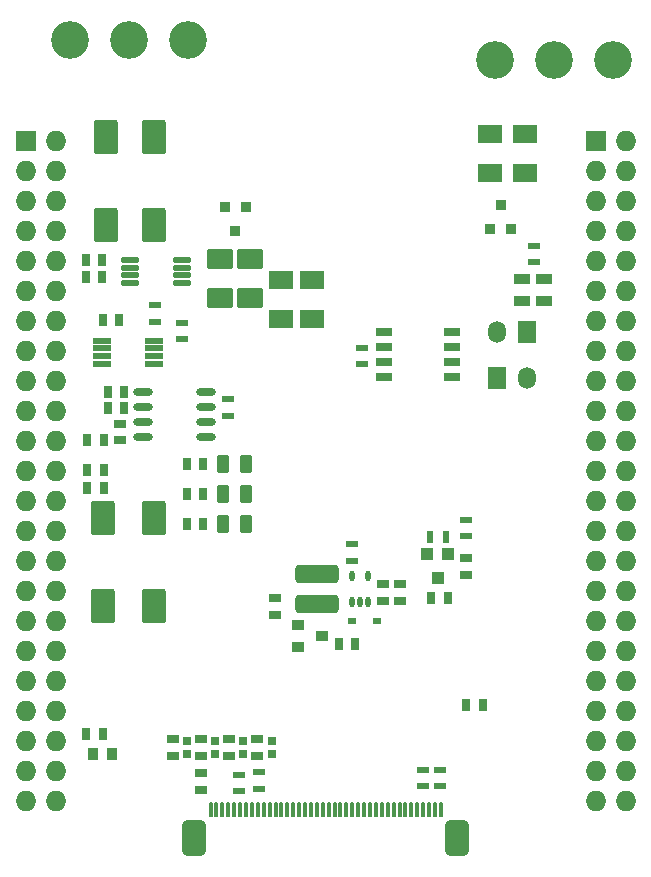
<source format=gbr>
%TF.GenerationSoftware,KiCad,Pcbnew,5.99.0-unknown-b63c482347~127~ubuntu20.04.1*%
%TF.CreationDate,2021-04-29T12:02:14+02:00*%
%TF.ProjectId,bbb-lcd-rgb-display-cape,6262622d-6c63-4642-9d72-67622d646973,V1.0*%
%TF.SameCoordinates,Original*%
%TF.FileFunction,Soldermask,Top*%
%TF.FilePolarity,Negative*%
%FSLAX46Y46*%
G04 Gerber Fmt 4.6, Leading zero omitted, Abs format (unit mm)*
G04 Created by KiCad (PCBNEW 5.99.0-unknown-b63c482347~127~ubuntu20.04.1) date 2021-04-29 12:02:14*
%MOMM*%
%LPD*%
G01*
G04 APERTURE LIST*
G04 Aperture macros list*
%AMRoundRect*
0 Rectangle with rounded corners*
0 $1 Rounding radius*
0 $2 $3 $4 $5 $6 $7 $8 $9 X,Y pos of 4 corners*
0 Add a 4 corners polygon primitive as box body*
4,1,4,$2,$3,$4,$5,$6,$7,$8,$9,$2,$3,0*
0 Add four circle primitives for the rounded corners*
1,1,$1+$1,$2,$3*
1,1,$1+$1,$4,$5*
1,1,$1+$1,$6,$7*
1,1,$1+$1,$8,$9*
0 Add four rect primitives between the rounded corners*
20,1,$1+$1,$2,$3,$4,$5,0*
20,1,$1+$1,$4,$5,$6,$7,0*
20,1,$1+$1,$6,$7,$8,$9,0*
20,1,$1+$1,$8,$9,$2,$3,0*%
G04 Aperture macros list end*
%ADD10R,1.727200X1.727200*%
%ADD11O,1.727200X1.727200*%
%ADD12RoundRect,0.010000X0.500000X-0.300000X0.500000X0.300000X-0.500000X0.300000X-0.500000X-0.300000X0*%
%ADD13RoundRect,0.010000X-0.300000X-0.500000X0.300000X-0.500000X0.300000X0.500000X-0.300000X0.500000X0*%
%ADD14RoundRect,0.010000X0.300000X0.500000X-0.300000X0.500000X-0.300000X-0.500000X0.300000X-0.500000X0*%
%ADD15R,1.397000X0.889000*%
%ADD16RoundRect,0.030000X-0.725000X-0.225000X0.725000X-0.225000X0.725000X0.225000X-0.725000X0.225000X0*%
%ADD17RoundRect,0.010000X-0.444500X-0.698500X0.444500X-0.698500X0.444500X0.698500X-0.444500X0.698500X0*%
%ADD18RoundRect,0.200000X-0.800000X1.250000X-0.800000X-1.250000X0.800000X-1.250000X0.800000X1.250000X0*%
%ADD19R,1.524000X1.850000*%
%ADD20O,1.524000X1.850000*%
%ADD21R,0.600000X1.000000*%
%ADD22RoundRect,0.010000X-0.500000X0.300000X-0.500000X-0.300000X0.500000X-0.300000X0.500000X0.300000X0*%
%ADD23R,1.000000X0.600000*%
%ADD24RoundRect,0.030000X-0.300000X0.300000X-0.300000X-0.300000X0.300000X-0.300000X0.300000X0.300000X0*%
%ADD25RoundRect,0.010000X-0.400000X-0.500000X0.400000X-0.500000X0.400000X0.500000X-0.400000X0.500000X0*%
%ADD26R,2.032000X1.524000*%
%ADD27RoundRect,0.050000X-1.016000X0.762000X-1.016000X-0.762000X1.016000X-0.762000X1.016000X0.762000X0*%
%ADD28RoundRect,0.010000X-0.655000X0.325000X-0.655000X-0.325000X0.655000X-0.325000X0.655000X0.325000X0*%
%ADD29R,0.914400X0.914400*%
%ADD30O,0.450000X0.950000*%
%ADD31C,3.200000*%
%ADD32RoundRect,0.200000X0.800000X-1.250000X0.800000X1.250000X-0.800000X1.250000X-0.800000X-1.250000X0*%
%ADD33RoundRect,0.400000X-1.450000X0.400000X-1.450000X-0.400000X1.450000X-0.400000X1.450000X0.400000X0*%
%ADD34RoundRect,0.050000X0.300000X0.225000X-0.300000X0.225000X-0.300000X-0.225000X0.300000X-0.225000X0*%
%ADD35O,1.650000X0.700000*%
%ADD36RoundRect,0.080000X-0.457200X-0.457200X0.457200X-0.457200X0.457200X0.457200X-0.457200X0.457200X0*%
%ADD37RoundRect,0.515000X0.515000X1.015000X-0.515000X1.015000X-0.515000X-1.015000X0.515000X-1.015000X0*%
%ADD38RoundRect,0.080000X0.080000X0.555000X-0.080000X0.555000X-0.080000X-0.555000X0.080000X-0.555000X0*%
%ADD39RoundRect,0.080000X0.450000X-0.350000X0.450000X0.350000X-0.450000X0.350000X-0.450000X-0.350000X0*%
%ADD40RoundRect,0.010000X-0.700000X-0.200000X0.700000X-0.200000X0.700000X0.200000X-0.700000X0.200000X0*%
G04 APERTURE END LIST*
D10*
%TO.C,P8*%
X164630100Y-62382400D03*
D11*
X167170100Y-62382400D03*
X164630100Y-64922400D03*
X167170100Y-64922400D03*
X164630100Y-67462400D03*
X167170100Y-67462400D03*
X164630100Y-70002400D03*
X167170100Y-70002400D03*
X164630100Y-72542400D03*
X167170100Y-72542400D03*
X164630100Y-75082400D03*
X167170100Y-75082400D03*
X164630100Y-77622400D03*
X167170100Y-77622400D03*
X164630100Y-80162400D03*
X167170100Y-80162400D03*
X164630100Y-82702400D03*
X167170100Y-82702400D03*
X164630100Y-85242400D03*
X167170100Y-85242400D03*
X164630100Y-87782400D03*
X167170100Y-87782400D03*
X164630100Y-90322400D03*
X167170100Y-90322400D03*
X164630100Y-92862400D03*
X167170100Y-92862400D03*
X164630100Y-95402400D03*
X167170100Y-95402400D03*
X164630100Y-97942400D03*
X167170100Y-97942400D03*
X164630100Y-100482400D03*
X167170100Y-100482400D03*
X164630100Y-103022400D03*
X167170100Y-103022400D03*
X164630100Y-105562400D03*
X167170100Y-105562400D03*
X164630100Y-108102400D03*
X167170100Y-108102400D03*
X164630100Y-110642400D03*
X167170100Y-110642400D03*
X164630100Y-113182400D03*
X167170100Y-113182400D03*
X164630100Y-115722400D03*
X167170100Y-115722400D03*
X164630100Y-118262400D03*
X167170100Y-118262400D03*
%TD*%
D10*
%TO.C,P9*%
X116370100Y-62382400D03*
D11*
X118910100Y-62382400D03*
X116370100Y-64922400D03*
X118910100Y-64922400D03*
X116370100Y-67462400D03*
X118910100Y-67462400D03*
X116370100Y-70002400D03*
X118910100Y-70002400D03*
X116370100Y-72542400D03*
X118910100Y-72542400D03*
X116370100Y-75082400D03*
X118910100Y-75082400D03*
X116370100Y-77622400D03*
X118910100Y-77622400D03*
X116370100Y-80162400D03*
X118910100Y-80162400D03*
X116370100Y-82702400D03*
X118910100Y-82702400D03*
X116370100Y-85242400D03*
X118910100Y-85242400D03*
X116370100Y-87782400D03*
X118910100Y-87782400D03*
X116370100Y-90322400D03*
X118910100Y-90322400D03*
X116370100Y-92862400D03*
X118910100Y-92862400D03*
X116370100Y-95402400D03*
X118910100Y-95402400D03*
X116370100Y-97942400D03*
X118910100Y-97942400D03*
X116370100Y-100482400D03*
X118910100Y-100482400D03*
X116370100Y-103022400D03*
X118910100Y-103022400D03*
X116370100Y-105562400D03*
X118910100Y-105562400D03*
X116370100Y-108102400D03*
X118910100Y-108102400D03*
X116370100Y-110642400D03*
X118910100Y-110642400D03*
X116370100Y-113182400D03*
X118910100Y-113182400D03*
X116370100Y-115722400D03*
X118910100Y-115722400D03*
X116370100Y-118262400D03*
X118910100Y-118262400D03*
%TD*%
D12*
%TO.C,R21*%
X153670100Y-99152400D03*
X153670100Y-97752400D03*
%TD*%
D13*
%TO.C,R13*%
X129990100Y-89752400D03*
X131390100Y-89752400D03*
%TD*%
D12*
%TO.C,C8*%
X148080100Y-101332400D03*
X148080100Y-99932400D03*
%TD*%
D14*
%TO.C,R18*%
X124290100Y-77592400D03*
X122890100Y-77592400D03*
%TD*%
D12*
%TO.C,R6*%
X146610100Y-101332400D03*
X146610100Y-99932400D03*
%TD*%
D15*
%TO.C,R7*%
X158360100Y-75994900D03*
X158360100Y-74089900D03*
%TD*%
D12*
%TO.C,R1*%
X131220100Y-117342400D03*
X131220100Y-115942400D03*
%TD*%
D16*
%TO.C,U6*%
X122860100Y-79337400D03*
X122860100Y-79987400D03*
X122860100Y-80637400D03*
X122860100Y-81287400D03*
X127260100Y-81287400D03*
X127260100Y-80637400D03*
X127260100Y-79987400D03*
X127260100Y-79337400D03*
%TD*%
D13*
%TO.C,R19*%
X123300100Y-83652400D03*
X124700100Y-83652400D03*
%TD*%
D17*
%TO.C,D10*%
X134982600Y-89742400D03*
X133077600Y-89742400D03*
%TD*%
D18*
%TO.C,Sw3*%
X127210100Y-94302400D03*
X127210100Y-101802400D03*
%TD*%
D19*
%TO.C,P4*%
X156260100Y-82472400D03*
D20*
X158800100Y-82472400D03*
%TD*%
D21*
%TO.C,C7*%
X150581850Y-95912400D03*
X151981850Y-95912400D03*
%TD*%
D22*
%TO.C,R3*%
X135960100Y-113072400D03*
X135960100Y-114472400D03*
%TD*%
D23*
%TO.C,C6*%
X153640100Y-95892400D03*
X153640100Y-94492400D03*
%TD*%
D17*
%TO.C,D11*%
X134982600Y-92332400D03*
X133077600Y-92332400D03*
%TD*%
D13*
%TO.C,R22*%
X153680100Y-110152400D03*
X155080100Y-110152400D03*
%TD*%
D23*
%TO.C,C2*%
X134470100Y-117462400D03*
X134470100Y-116062400D03*
%TD*%
D14*
%TO.C,R29*%
X122970100Y-91762400D03*
X121570100Y-91762400D03*
%TD*%
D24*
%TO.C,U2*%
X134780100Y-113242400D03*
X134780100Y-114342400D03*
%TD*%
D25*
%TO.C,NTC1*%
X122070100Y-114362400D03*
X123670100Y-114362400D03*
%TD*%
D26*
%TO.C,F3*%
X137970100Y-74201400D03*
X137970100Y-77503400D03*
%TD*%
D14*
%TO.C,R24*%
X144280100Y-104972400D03*
X142880100Y-104972400D03*
%TD*%
D27*
%TO.C,R10*%
X135340100Y-72432400D03*
X135340100Y-75734400D03*
%TD*%
D28*
%TO.C,U9*%
X146735100Y-78617400D03*
X146735100Y-79887400D03*
X146735100Y-81157400D03*
X146735100Y-82427400D03*
X152425100Y-82427400D03*
X152425100Y-81157400D03*
X152425100Y-79887400D03*
X152425100Y-78617400D03*
%TD*%
D29*
%TO.C,D2*%
X155711100Y-69908400D03*
X157489100Y-69908400D03*
X156600100Y-67876400D03*
%TD*%
D23*
%TO.C,C10*%
X159380100Y-72702400D03*
X159380100Y-71302400D03*
%TD*%
D14*
%TO.C,R12*%
X122840100Y-73962400D03*
X121440100Y-73962400D03*
%TD*%
D18*
%TO.C,Sw4*%
X122940100Y-94302400D03*
X122940100Y-101802400D03*
%TD*%
D22*
%TO.C,R23*%
X137460100Y-101142400D03*
X137460100Y-102542400D03*
%TD*%
D27*
%TO.C,R9*%
X132800100Y-72432400D03*
X132800100Y-75734400D03*
%TD*%
D13*
%TO.C,R11*%
X121480100Y-112632400D03*
X122880100Y-112632400D03*
%TD*%
D24*
%TO.C,U3*%
X132420100Y-113242400D03*
X132420100Y-114342400D03*
%TD*%
D30*
%TO.C,U7*%
X144021850Y-101462400D03*
X144671850Y-101462400D03*
X145321850Y-101462400D03*
X145321850Y-99262400D03*
X144021850Y-99262400D03*
%TD*%
D31*
%TO.C,P2*%
X166120100Y-55602400D03*
X161120100Y-55602400D03*
X156120100Y-55602400D03*
%TD*%
D32*
%TO.C,Sw1*%
X127230100Y-69562400D03*
X127230100Y-62062400D03*
%TD*%
D17*
%TO.C,D12*%
X134982600Y-94822400D03*
X133077600Y-94822400D03*
%TD*%
D33*
%TO.C,L1*%
X141000100Y-99042400D03*
X141000100Y-101642400D03*
%TD*%
D13*
%TO.C,R20*%
X150690100Y-101092400D03*
X152090100Y-101092400D03*
%TD*%
D12*
%TO.C,R5*%
X128830100Y-114472400D03*
X128830100Y-113072400D03*
%TD*%
D31*
%TO.C,P12*%
X130090100Y-53832400D03*
X125090100Y-53832400D03*
X120090100Y-53832400D03*
%TD*%
D34*
%TO.C,D1*%
X146070100Y-103072400D03*
X143970100Y-103072400D03*
%TD*%
D14*
%TO.C,R16*%
X122840100Y-72532400D03*
X121440100Y-72532400D03*
%TD*%
D13*
%TO.C,R17*%
X123300100Y-85062400D03*
X124700100Y-85062400D03*
%TD*%
D19*
%TO.C,P3*%
X158800100Y-78592400D03*
D20*
X156260100Y-78592400D03*
%TD*%
D23*
%TO.C,C13*%
X129630100Y-79212400D03*
X129630100Y-77812400D03*
%TD*%
D15*
%TO.C,R8*%
X160230100Y-74099900D03*
X160230100Y-76004900D03*
%TD*%
D23*
%TO.C,C4*%
X150020100Y-117062400D03*
X150020100Y-115662400D03*
%TD*%
D26*
%TO.C,F4*%
X140590100Y-74211400D03*
X140590100Y-77513400D03*
%TD*%
D32*
%TO.C,Sw2*%
X123140100Y-69562400D03*
X123140100Y-62062400D03*
%TD*%
D23*
%TO.C,C11*%
X127300100Y-77722400D03*
X127300100Y-76322400D03*
%TD*%
D22*
%TO.C,R4*%
X133600100Y-113072400D03*
X133600100Y-114472400D03*
%TD*%
D29*
%TO.C,D3*%
X135009100Y-67996400D03*
X133231100Y-67996400D03*
X134120100Y-70028400D03*
%TD*%
D13*
%TO.C,R15*%
X129990100Y-94822400D03*
X131390100Y-94822400D03*
%TD*%
D26*
%TO.C,F2*%
X155680100Y-65133400D03*
X155680100Y-61831400D03*
%TD*%
D23*
%TO.C,C9*%
X144800100Y-81322400D03*
X144800100Y-79922400D03*
%TD*%
D14*
%TO.C,R30*%
X122970100Y-87772400D03*
X121570100Y-87772400D03*
%TD*%
D12*
%TO.C,R2*%
X131220100Y-114472400D03*
X131220100Y-113072400D03*
%TD*%
D23*
%TO.C,C5*%
X144030100Y-97942400D03*
X144030100Y-96542400D03*
%TD*%
D22*
%TO.C,R28*%
X124390100Y-86372400D03*
X124390100Y-87772400D03*
%TD*%
D35*
%TO.C,U5*%
X126270100Y-83637400D03*
X126270100Y-84907400D03*
X126270100Y-86177400D03*
X126270100Y-87447400D03*
X131670100Y-87447400D03*
X131670100Y-86177400D03*
X131670100Y-84907400D03*
X131670100Y-83637400D03*
%TD*%
D23*
%TO.C,C3*%
X151440100Y-117062400D03*
X151440100Y-115662400D03*
%TD*%
D13*
%TO.C,R14*%
X129990100Y-92332400D03*
X131390100Y-92332400D03*
%TD*%
D23*
%TO.C,C1*%
X136130100Y-117252400D03*
X136130100Y-115852400D03*
%TD*%
D36*
%TO.C,U8*%
X152140850Y-97366400D03*
X150362850Y-97366400D03*
X151251850Y-99398400D03*
%TD*%
D37*
%TO.C,P1*%
X152910100Y-121437400D03*
X130630100Y-121437400D03*
D38*
X151520100Y-119037400D03*
X151020100Y-119037400D03*
X150520100Y-119037400D03*
X150020100Y-119037400D03*
X149520100Y-119037400D03*
X149020100Y-119037400D03*
X148520100Y-119037400D03*
X148020100Y-119037400D03*
X147520100Y-119037400D03*
X147020100Y-119037400D03*
X146520100Y-119037400D03*
X146020100Y-119037400D03*
X145520100Y-119037400D03*
X145020100Y-119037400D03*
X144520100Y-119037400D03*
X144020100Y-119037400D03*
X143520100Y-119037400D03*
X143020100Y-119037400D03*
X142520100Y-119037400D03*
X142020100Y-119037400D03*
X141520100Y-119037400D03*
X141020100Y-119037400D03*
X140520100Y-119037400D03*
X140020100Y-119037400D03*
X139520100Y-119037400D03*
X139020100Y-119037400D03*
X138520100Y-119037400D03*
X138020100Y-119037400D03*
X137520100Y-119037400D03*
X137020100Y-119037400D03*
X136520100Y-119037400D03*
X136020100Y-119037400D03*
X135520100Y-119037400D03*
X135020100Y-119037400D03*
X134520100Y-119037400D03*
X134020100Y-119037400D03*
X133520100Y-119037400D03*
X133020100Y-119037400D03*
X132520100Y-119037400D03*
X132020100Y-119037400D03*
%TD*%
D26*
%TO.C,F1*%
X158620100Y-65133400D03*
X158620100Y-61831400D03*
%TD*%
D39*
%TO.C,Q1*%
X139450100Y-103402400D03*
X139450100Y-105302400D03*
X141450100Y-104352400D03*
%TD*%
D40*
%TO.C,U10*%
X125207600Y-72507400D03*
X125207600Y-73157400D03*
X125207600Y-73807400D03*
X125207600Y-74457400D03*
X129607600Y-74457400D03*
X129607600Y-73807400D03*
X129607600Y-73157400D03*
X129607600Y-72507400D03*
%TD*%
D24*
%TO.C,U1*%
X137180100Y-113242400D03*
X137180100Y-114342400D03*
%TD*%
%TO.C,U4*%
X130030100Y-113242400D03*
X130030100Y-114342400D03*
%TD*%
D14*
%TO.C,R31*%
X122970100Y-90302400D03*
X121570100Y-90302400D03*
%TD*%
D23*
%TO.C,C12*%
X133500100Y-84282400D03*
X133500100Y-85682400D03*
%TD*%
M02*

</source>
